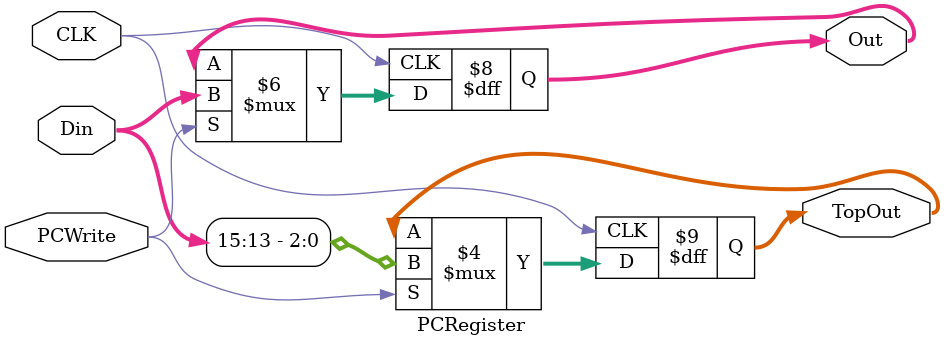
<source format=v>
`timescale 1ns / 1ps
module PCRegister(
    input [15:0] Din,
    input PCWrite,
	 input CLK,
    output reg [15:0] Out,
    output reg [2:0] TopOut
    );
	 initial begin
	 Out <=0;
	 TopOut <=0;
	 end

always @ (negedge (CLK))begin
if(PCWrite == 1)begin
	Out <= Din;
	TopOut<= Din[15:13];
	end
end
endmodule

</source>
